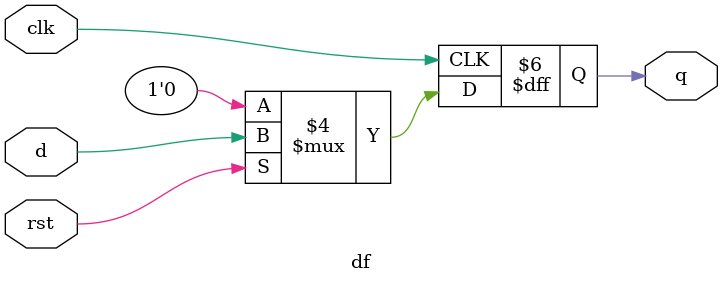
<source format=sv>
module df(input clk,rst,d,output reg q);
always@(posedge clk)
begin
if(rst==0)
begin
q<=1'b0;
end
else
begin
q<=d;
end
end
endmodule

</source>
